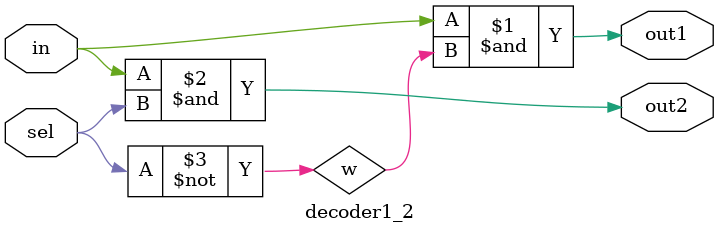
<source format=sv>
module decoder1_2 (in, out1, out2, sel);
    input logic in, sel;
    output logic out1, out2;

    logic w;
    
    not (w, sel);
    and a1 (out1, in, w);
    and a2 (out2, in, sel);

endmodule
</source>
